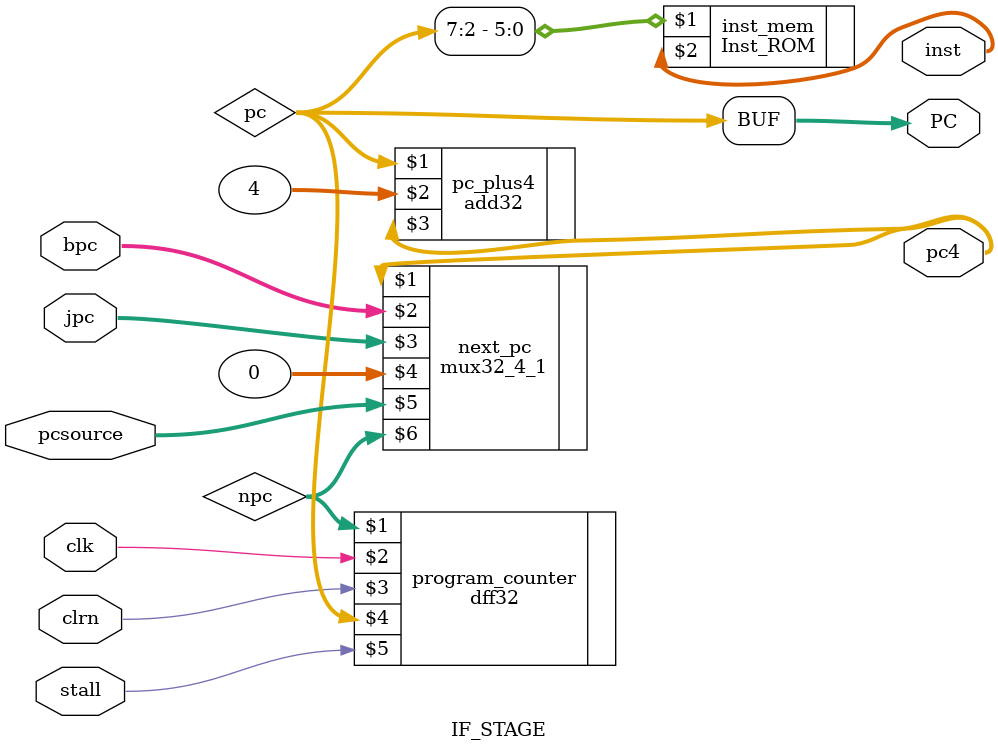
<source format=v>
`timescale 1ns / 1ps
module IF_STAGE(clk,clrn,pcsource,bpc,jpc,pc4,inst, PC,stall
    );
	 input clk, clrn;
	 input [31:0] bpc,jpc;
	 input [1:0] pcsource;
	 input stall;
	 
	 output [31:0] pc4,inst;
	 output [31:0] PC;
	 
	 wire [31:0] pc;		
	 wire [31:0] npc;		//ÏÂÒ»ÌõÖ¸ÁîµØÖ·
	 //wire [31:0] inst_org; //PC¶ÔÓ¦µÄÖ¸ÁîÄÚÈÝ
	 
 	 dff32 program_counter(npc,clk,clrn,pc,stall);   //ÀûÓÃ32Î»µÄD´¥·¢Æ÷ÊµÏÖPC
	 add32 pc_plus4(pc,32'h4,pc4);//32Î»¼Ó·¨Æ÷£¬ÓÃÀ´¼ÆËãPC+4
	 mux32_4_1 next_pc(pc4,bpc,jpc,32'b0,pcsource,npc);//¸ù¾ÝpcsourceÐÅºÅÑ¡ÔñÏÂÒ»ÌõÖ¸ÁîµÄµØÖ·
	 Inst_ROM inst_mem(pc[7:2],inst); //Ö¸Áî´æ´¢Æ÷
	 
	 assign PC=pc;
	 //assign inst = (pcsource ==2'b01 || pcsource ==2'b10) ? 32'h0 : inst_org;
	 //ÈôPCsource²»Îª0£¬Ôò·Ïµôµ±Ç°Ö¸Áî£¬¼´°ÑÖ¸ÁîÄÚÈÝÖÃÁã
	 
endmodule

</source>
